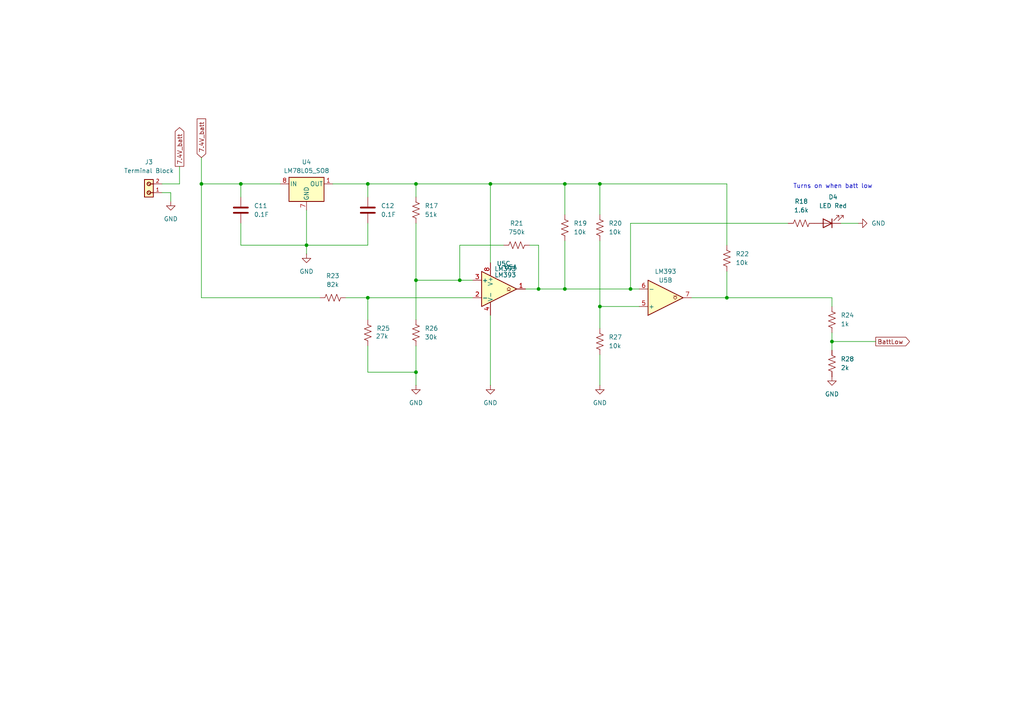
<source format=kicad_sch>
(kicad_sch (version 20231120) (generator "eeschema") (generator_version "8.0")
  (paper "A4")
  (lib_symbols
    (symbol "Alecs_Lib:Terminal" (pin_names (offset 1.016))
      (property "Reference" "J" (at -4.88 -0.922 0))
      (property "Value" "Terminal Block" (at -4.83 -2.58 0))
      (symbol "Terminal_0_0"
        (rectangle (start -3.81 -2.54) (end 1.27 0) (stroke (width 0.254)) (fill (type background)))
        (circle (center -2.54 -1.27) (radius 0.508) (stroke (width 0.254)))
        (circle (center 0 -1.27) (radius 0.508) (stroke (width 0.254)))
        (polyline (pts (xy -2.54 -1.778) (xy -2.54 -2.54)) (stroke (width 0.254)))
        (polyline (pts (xy -2.286 -1.016) (xy -2.794 -1.524)) (stroke (width 0.1524)))
        (polyline (pts (xy 0 -1.778) (xy 0 -2.54)) (stroke (width 0.254)))
        (polyline (pts (xy 0.254 -1.016) (xy -0.254 -1.524)) (stroke (width 0.1524)))
        (pin passive line (at -2.54 -5.08 90) (length 2.54) (name "~") (number "1"))
        (pin passive line (at 0 -5.08 90) (length 2.54) (name "~") (number "2"))
      )
    )
    (symbol "Comparator:LM393" (pin_names (offset 0.127))
      (property "Reference" "U" (at 3.81 3.81 0))
      (property "Value" "LM393" (at 6.35 -3.81 0))
      (symbol "LM393_1_1"
        (polyline (pts (xy -5.08 5.08) (xy 5.08 0) (xy -5.08 -5.08) (xy -5.08 5.08)) (stroke (width 0.254)) (fill (type background)))
        (polyline (pts (xy 3.302 -0.508) (xy 2.794 -0.508) (xy 3.302 0) (xy 2.794 0.508) (xy 2.286 0) (xy 2.794 -0.508) (xy 2.286 -0.508)) (stroke (width 0.127)))
        (pin open_collector line (at 7.62 0 180) (length 2.54) (name "~") (number "1"))
        (pin input line (at -7.62 -2.54 0) (length 2.54) (name "-") (number "2"))
        (pin input line (at -7.62 2.54 0) (length 2.54) (name "+") (number "3"))
      )
      (symbol "LM393_2_1"
        (polyline (pts (xy -5.08 5.08) (xy 5.08 0) (xy -5.08 -5.08) (xy -5.08 5.08)) (stroke (width 0.254)) (fill (type background)))
        (polyline (pts (xy 3.302 -0.508) (xy 2.794 -0.508) (xy 3.302 0) (xy 2.794 0.508) (xy 2.286 0) (xy 2.794 -0.508) (xy 2.286 -0.508)) (stroke (width 0.127)))
        (pin input line (at -7.62 2.54 0) (length 2.54) (name "+") (number "5"))
        (pin input line (at -7.62 -2.54 0) (length 2.54) (name "-") (number "6"))
        (pin open_collector line (at 7.62 0 180) (length 2.54) (name "~") (number "7"))
      )
      (symbol "LM393_3_1"
        (pin power_in line (at -2.54 -7.62 90) (length 3.81) (name "V-") (number "4"))
        (pin power_in line (at -2.54 7.62 270) (length 3.81) (name "V+") (number "8"))
      )
    )
    (symbol "Device:C" (pin_numbers hide) (pin_names (offset 0.254))
      (property "Reference" "C" (at 0.635 2.54 0))
      (property "Value" "C" (at 0.635 -2.54 0))
      (symbol "C_0_1"
        (polyline (pts (xy -2.032 -0.762) (xy 2.032 -0.762)) (stroke (width 0.508)))
        (polyline (pts (xy -2.032 0.762) (xy 2.032 0.762)) (stroke (width 0.508)))
      )
      (symbol "C_1_1"
        (pin passive line (at 0 3.81 270) (length 2.794) (name "~") (number "1"))
        (pin passive line (at 0 -3.81 90) (length 2.794) (name "~") (number "2"))
      )
    )
    (symbol "Device:LED" (pin_numbers hide) (pin_names (offset 1.016) hide)
      (property "Reference" "D" (at 0 2.54 0))
      (property "Value" "LED" (at 0 -2.54 0))
      (symbol "LED_0_1"
        (polyline (pts (xy -1.27 -1.27) (xy -1.27 1.27)) (stroke (width 0.254)))
        (polyline (pts (xy -1.27 0) (xy 1.27 0)))
        (polyline (pts (xy 1.27 -1.27) (xy 1.27 1.27) (xy -1.27 0) (xy 1.27 -1.27)) (stroke (width 0.254)))
        (polyline (pts (xy -3.048 -0.762) (xy -4.572 -2.286) (xy -3.81 -2.286) (xy -4.572 -2.286) (xy -4.572 -1.524)))
        (polyline (pts (xy -1.778 -0.762) (xy -3.302 -2.286) (xy -2.54 -2.286) (xy -3.302 -2.286) (xy -3.302 -1.524)))
      )
      (symbol "LED_1_1"
        (pin passive line (at -3.81 0 0) (length 2.54) (name "K") (number "1"))
        (pin passive line (at 3.81 0 180) (length 2.54) (name "A") (number "2"))
      )
    )
    (symbol "Device:R_US" (pin_numbers hide) (pin_names (offset 0))
      (property "Reference" "R" (at 2.54 0 90))
      (property "Value" "R_US" (at -2.54 0 90))
      (symbol "R_US_0_1"
        (polyline (pts (xy 0 -2.286) (xy 0 -2.54)))
        (polyline (pts (xy 0 2.286) (xy 0 2.54)))
        (polyline (pts (xy 0 -0.762) (xy 1.016 -1.143) (xy 0 -1.524) (xy -1.016 -1.905) (xy 0 -2.286)))
        (polyline (pts (xy 0 0.762) (xy 1.016 0.381) (xy 0 0) (xy -1.016 -0.381) (xy 0 -0.762)))
        (polyline (pts (xy 0 2.286) (xy 1.016 1.905) (xy 0 1.524) (xy -1.016 1.143) (xy 0 0.762)))
      )
      (symbol "R_US_1_1"
        (pin passive line (at 0 3.81 270) (length 1.27) (name "~") (number "1"))
        (pin passive line (at 0 -3.81 90) (length 1.27) (name "~") (number "2"))
      )
    )
    (symbol "Regulator_Linear:LM78L05_SO8" (pin_names (offset 0.254))
      (property "Reference" "U" (at -3.81 3.175 0))
      (property "Value" "LM78L05_SO8" (at 0 3.175 0))
      (symbol "LM78L05_SO8_0_1"
        (rectangle (start -5.08 1.905) (end 5.08 -5.08) (stroke (width 0.254)) (fill (type background)))
      )
      (symbol "LM78L05_SO8_1_1"
        (pin power_out line (at 7.62 0 180) (length 2.54) (name "OUT") (number "1"))
        (pin passive line (at 0 -7.62 90) (length 2.54) hide (name "GND") (number "2"))
        (pin passive line (at 0 -7.62 90) (length 2.54) hide (name "GND") (number "3"))
        (pin no_connect line (at -5.08 -2.54 0) (length 2.54) hide (name "NC") (number "4"))
        (pin no_connect line (at 5.08 -2.54 180) (length 2.54) hide (name "NC") (number "5"))
        (pin passive line (at 0 -7.62 90) (length 2.54) hide (name "GND") (number "6"))
        (pin power_in line (at 0 -7.62 90) (length 2.54) (name "GND") (number "7"))
        (pin power_in line (at -7.62 0 0) (length 2.54) (name "IN") (number "8"))
      )
    )
    (symbol "power:GND" (power) (pin_numbers hide) (pin_names (offset 0) hide)
      (property "Value" "GND" (at 0 -3.81 0))
      (symbol "GND_0_1"
        (polyline (pts (xy 0 0) (xy 0 -1.27) (xy 1.27 -1.27) (xy 0 -2.54) (xy -1.27 -1.27) (xy 0 -1.27)))
      )
      (symbol "GND_1_1"
        (pin power_in line (at 0 0 270) (length 0) (name "~") (number "1"))
      )
    )
  )
  (junction (at 173.99 53.34))
  (junction (at 106.68 86.36))
  (junction (at 142.24 53.34))
  (junction (at 241.3 99.06))
  (junction (at 120.65 81.28))
  (junction (at 88.9 71.12))
  (junction (at 173.99 88.9))
  (junction (at 69.85 53.34))
  (junction (at 120.65 107.95))
  (junction (at 182.88 83.82))
  (junction (at 163.83 83.82))
  (junction (at 58.42 53.34))
  (junction (at 106.68 53.34))
  (junction (at 120.65 53.34))
  (junction (at 210.82 86.36))
  (junction (at 133.35 81.28))
  (junction (at 156.21 83.82))
  (junction (at 163.83 53.34))
  (wire (pts (xy 163.83 53.34) (xy 142.24 53.34)))
  (wire (pts (xy 173.99 53.34) (xy 173.99 62.23)))
  (wire (pts (xy 241.3 99.06) (xy 254 99.06)))
  (wire (pts (xy 142.24 76.2) (xy 142.24 53.34)))
  (wire (pts (xy 120.65 81.28) (xy 120.65 92.71)))
  (wire (pts (xy 120.65 53.34) (xy 120.65 57.15)))
  (wire (pts (xy 156.21 71.12) (xy 156.21 83.82)))
  (wire (pts (xy 163.83 83.82) (xy 182.88 83.82)))
  (wire (pts (xy 69.85 53.34) (xy 69.85 57.15)))
  (wire (pts (xy 156.21 83.82) (xy 152.4 83.82)))
  (wire (pts (xy 106.68 57.15) (xy 106.68 53.34)))
  (wire (pts (xy 210.82 71.12) (xy 210.82 53.34)))
  (wire (pts (xy 49.53 58.42) (xy 49.53 55.88)))
  (wire (pts (xy 58.42 53.34) (xy 58.42 86.36)))
  (wire (pts (xy 133.35 81.28) (xy 137.16 81.28)))
  (wire (pts (xy 163.83 62.23) (xy 163.83 53.34)))
  (wire (pts (xy 173.99 88.9) (xy 173.99 95.25)))
  (wire (pts (xy 182.88 83.82) (xy 185.42 83.82)))
  (wire (pts (xy 200.66 86.36) (xy 210.82 86.36)))
  (wire (pts (xy 133.35 81.28) (xy 133.35 71.12)))
  (wire (pts (xy 156.21 83.82) (xy 163.83 83.82)))
  (wire (pts (xy 106.68 107.95) (xy 120.65 107.95)))
  (wire (pts (xy 241.3 96.52) (xy 241.3 99.06)))
  (wire (pts (xy 133.35 71.12) (xy 146.05 71.12)))
  (wire (pts (xy 173.99 69.85) (xy 173.99 88.9)))
  (wire (pts (xy 58.42 86.36) (xy 92.71 86.36)))
  (wire (pts (xy 173.99 111.76) (xy 173.99 102.87)))
  (wire (pts (xy 142.24 111.76) (xy 142.24 91.44)))
  (wire (pts (xy 142.24 53.34) (xy 120.65 53.34)))
  (wire (pts (xy 69.85 71.12) (xy 88.9 71.12)))
  (wire (pts (xy 120.65 64.77) (xy 120.65 81.28)))
  (wire (pts (xy 210.82 86.36) (xy 210.82 78.74)))
  (wire (pts (xy 241.3 86.36) (xy 241.3 88.9)))
  (wire (pts (xy 52.07 53.34) (xy 52.07 48.26)))
  (wire (pts (xy 182.88 83.82) (xy 182.88 64.77)))
  (wire (pts (xy 88.9 73.66) (xy 88.9 71.12)))
  (wire (pts (xy 163.83 69.85) (xy 163.83 83.82)))
  (wire (pts (xy 156.21 71.12) (xy 153.67 71.12)))
  (wire (pts (xy 210.82 86.36) (xy 241.3 86.36)))
  (wire (pts (xy 182.88 64.77) (xy 228.6 64.77)))
  (wire (pts (xy 120.65 100.33) (xy 120.65 107.95)))
  (wire (pts (xy 88.9 71.12) (xy 106.68 71.12)))
  (wire (pts (xy 120.65 107.95) (xy 120.65 111.76)))
  (wire (pts (xy 58.42 53.34) (xy 69.85 53.34)))
  (wire (pts (xy 58.42 45.72) (xy 58.42 53.34)))
  (wire (pts (xy 173.99 88.9) (xy 185.42 88.9)))
  (wire (pts (xy 243.84 64.77) (xy 248.92 64.77)))
  (wire (pts (xy 88.9 71.12) (xy 88.9 60.96)))
  (wire (pts (xy 106.68 71.12) (xy 106.68 64.77)))
  (wire (pts (xy 241.3 99.06) (xy 241.3 101.6)))
  (wire (pts (xy 106.68 53.34) (xy 96.52 53.34)))
  (wire (pts (xy 120.65 81.28) (xy 133.35 81.28)))
  (wire (pts (xy 49.53 55.88) (xy 46.99 55.88)))
  (wire (pts (xy 210.82 53.34) (xy 173.99 53.34)))
  (wire (pts (xy 69.85 64.77) (xy 69.85 71.12)))
  (wire (pts (xy 106.68 100.33) (xy 106.68 107.95)))
  (wire (pts (xy 106.68 86.36) (xy 106.68 92.71)))
  (wire (pts (xy 106.68 86.36) (xy 137.16 86.36)))
  (wire (pts (xy 106.68 53.34) (xy 120.65 53.34)))
  (wire (pts (xy 46.99 53.34) (xy 52.07 53.34)))
  (wire (pts (xy 163.83 53.34) (xy 173.99 53.34)))
  (wire (pts (xy 100.33 86.36) (xy 106.68 86.36)))
  (wire (pts (xy 69.85 53.34) (xy 81.28 53.34)))
  (text "Turns on when batt low" (at 241.554 54.102 0) (effects (font (size 1.27 1.27))))
  (global_label "7.4V_batt" (shape output) (at 52.07 48.26 90) (property "Intersheetrefs" "${INTERSHEET_REFS}" (effects (hide yes))))
  (global_label "BattLow" (shape output) (at 254 99.06 0) (property "Intersheetrefs" "${INTERSHEET_REFS}" (effects (hide yes))))
  (global_label "7.4V_batt" (shape input) (at 58.42 45.72 90) (property "Intersheetrefs" "${INTERSHEET_REFS}" (effects (hide yes))))
  (symbol (lib_id "Comparator:LM393") (at 193.04 86.36 0) (mirror x) (unit 2)
    (property "Reference" "U5" (at 193.04 81.28 0))
    (property "Value" "LM393" (at 193.04 78.74 0))
    (property "Footprint" "Package_SO:SOIC-8-1EP_3.9x4.9mm_P1.27mm_EP2.29x3mm" (effects (hide yes)))
    (property "Datasheet" "http://www.ti.com/lit/ds/symlink/lm393.pdf" (effects (hide yes)))
    (property "Description" "Low-Power, Low-Offset Voltage, Dual Comparators, DIP-8/SOIC-8/TO-99-8" (effects (hide yes)))
    (property "Link" "https://www.digikey.com/en/products/detail/texas-instruments/LM393DR/276659" (effects (hide yes)))
  )
  (symbol (lib_id "power:GND") (at 88.9 73.66 0) (unit 1)
    (property "Reference" "#PWR015" (effects (hide yes)))
    (property "Value" "GND" (at 88.9 78.74 0))
    (property "Description" "Power symbol creates a global label with name \"GND\" , ground" (effects (hide yes)))
  )
  (symbol (lib_id "Device:R_US") (at 106.68 96.52 0) (unit 1)
    (property "Reference" "R25" (at 109.22 95.2499 0) (effects (justify left)))
    (property "Value" "27k" (at 108.966 97.536 0) (effects (justify left)))
    (property "Footprint" "Resistor_SMD:R_0603_1608Metric_Pad0.98x0.95mm_HandSolder" (effects (hide yes)))
    (property "Description" "Resistor, US symbol" (effects (hide yes)))
  )
  (symbol (lib_id "power:GND") (at 248.92 64.77 90) (unit 1)
    (property "Reference" "#PWR014" (effects (hide yes)))
    (property "Value" "GND" (at 252.73 64.7699 90) (effects (justify right)))
    (property "Description" "Power symbol creates a global label with name \"GND\" , ground" (effects (hide yes)))
  )
  (symbol (lib_id "Device:C") (at 106.68 60.96 0) (unit 1)
    (property "Reference" "C12" (at 110.49 59.6899 0) (effects (justify left)))
    (property "Value" "0.1F" (at 110.49 62.2299 0) (effects (justify left)))
    (property "Footprint" "Capacitor_SMD:C_0603_1608Metric_Pad1.08x0.95mm_HandSolder" (effects (hide yes)))
    (property "Description" "Unpolarized capacitor" (effects (hide yes)))
  )
  (symbol (lib_id "Device:R_US") (at 173.99 99.06 0) (unit 1)
    (property "Reference" "R27" (at 176.53 97.7899 0) (effects (justify left)))
    (property "Value" "10k" (at 176.53 100.3299 0) (effects (justify left)))
    (property "Footprint" "Resistor_SMD:R_0603_1608Metric_Pad0.98x0.95mm_HandSolder" (effects (hide yes)))
    (property "Description" "Resistor, US symbol" (effects (hide yes)))
  )
  (symbol (lib_id "Device:R_US") (at 173.99 66.04 0) (unit 1)
    (property "Reference" "R20" (at 176.53 64.7699 0) (effects (justify left)))
    (property "Value" "10k" (at 176.53 67.3099 0) (effects (justify left)))
    (property "Footprint" "Resistor_SMD:R_0603_1608Metric_Pad0.98x0.95mm_HandSolder" (effects (hide yes)))
    (property "Description" "Resistor, US symbol" (effects (hide yes)))
  )
  (symbol (lib_id "power:GND") (at 142.24 111.76 0) (unit 1)
    (property "Reference" "#PWR018" (effects (hide yes)))
    (property "Value" "GND" (at 142.24 116.84 0))
    (property "Description" "Power symbol creates a global label with name \"GND\" , ground" (effects (hide yes)))
  )
  (symbol (lib_id "Device:LED") (at 240.03 64.77 180) (unit 1)
    (property "Reference" "D4" (at 241.6175 57.15 0))
    (property "Value" "LED Red" (at 241.6175 59.69 0))
    (property "Footprint" "LED_SMD:LED_0603_1608Metric_Pad1.05x0.95mm_HandSolder" (effects (hide yes)))
    (property "Description" "Light emitting diode" (effects (hide yes)))
    (property "Link" "https://www.digikey.com/en/products/detail/sunled/XZCM2CRK53WA-8VF/10449772" (effects (hide yes)))
  )
  (symbol (lib_id "Device:R_US") (at 241.3 92.71 0) (unit 1)
    (property "Reference" "R24" (at 243.84 91.4399 0) (effects (justify left)))
    (property "Value" "1k" (at 243.84 93.9799 0) (effects (justify left)))
    (property "Footprint" "Resistor_SMD:R_0603_1608Metric_Pad0.98x0.95mm_HandSolder" (effects (hide yes)))
    (property "Description" "Resistor, US symbol" (effects (hide yes)))
  )
  (symbol (lib_id "Alecs_Lib:Terminal") (at 41.91 53.34 90) (unit 1)
    (property "Reference" "J3" (at 43.18 46.99 90))
    (property "Value" "Terminal Block" (at 43.18 49.53 90))
    (property "Footprint" "Spiderbot:Terminal" (effects (hide yes)))
    (property "WIRE" "24 to 16 (AWG) 0.205 to 1.31 (mm²)" (effects (hide yes)))
    (property "MOUNT" "THT" (effects (hide yes)))
    (property "IR-UL" "10A" (effects (hide yes)))
    (property "WORKING-VOLTAGE-UL" "300V (AC)" (effects (hide yes)))
    (property "PART-NUMBER" "691214110002" (effects (hide yes)))
    (property "DATASHEET-URL" "https://www.we-online.com/redexpert/spec/691214110002?ae" (effects (hide yes)))
    (property "PITCH" "3.5mm" (effects (hide yes)))
    (property "PINS" "2" (effects (hide yes)))
    (property "TYPE" "Horizontal" (effects (hide yes)))
  )
  (symbol (lib_id "power:GND") (at 173.99 111.76 0) (unit 1)
    (property "Reference" "#PWR019" (effects (hide yes)))
    (property "Value" "GND" (at 173.99 116.84 0))
    (property "Description" "Power symbol creates a global label with name \"GND\" , ground" (effects (hide yes)))
  )
  (symbol (lib_id "Device:R_US") (at 120.65 96.52 0) (unit 1)
    (property "Reference" "R26" (at 123.19 95.2499 0) (effects (justify left)))
    (property "Value" "30k" (at 123.19 97.7899 0) (effects (justify left)))
    (property "Footprint" "Resistor_SMD:R_0603_1608Metric_Pad0.98x0.95mm_HandSolder" (effects (hide yes)))
    (property "Description" "Resistor, US symbol" (effects (hide yes)))
  )
  (symbol (lib_id "Device:R_US") (at 96.52 86.36 90) (unit 1)
    (property "Reference" "R23" (at 96.52 80.01 90))
    (property "Value" "82k" (at 96.52 82.55 90))
    (property "Footprint" "Resistor_SMD:R_0603_1608Metric_Pad0.98x0.95mm_HandSolder" (effects (hide yes)))
    (property "Description" "Resistor, US symbol" (effects (hide yes)))
  )
  (symbol (lib_id "power:GND") (at 241.3 109.22 0) (unit 1)
    (property "Reference" "#PWR016" (effects (hide yes)))
    (property "Value" "GND" (at 241.3 114.3 0))
    (property "Description" "Power symbol creates a global label with name \"GND\" , ground" (effects (hide yes)))
  )
  (symbol (lib_id "Comparator:LM393") (at 144.78 83.82 0) (unit 1)
    (property "Reference" "U5" (at 148.082 77.47 0))
    (property "Value" "LM393" (at 146.558 77.978 0))
    (property "Footprint" "Package_SO:SOIC-8-1EP_3.9x4.9mm_P1.27mm_EP2.29x3mm" (effects (hide yes)))
    (property "Datasheet" "http://www.ti.com/lit/ds/symlink/lm393.pdf" (effects (hide yes)))
    (property "Description" "Low-Power, Low-Offset Voltage, Dual Comparators, DIP-8/SOIC-8/TO-99-8" (effects (hide yes)))
    (property "Link" "https://www.digikey.com/en/products/detail/texas-instruments/LM393DR/276659" (effects (hide yes)))
  )
  (symbol (lib_id "Device:R_US") (at 210.82 74.93 0) (unit 1)
    (property "Reference" "R22" (at 213.36 73.6599 0) (effects (justify left)))
    (property "Value" "10k" (at 213.36 76.1999 0) (effects (justify left)))
    (property "Footprint" "Resistor_SMD:R_0603_1608Metric_Pad0.98x0.95mm_HandSolder" (effects (hide yes)))
    (property "Description" "Resistor, US symbol" (effects (hide yes)))
  )
  (symbol (lib_id "Device:R_US") (at 120.65 60.96 0) (unit 1)
    (property "Reference" "R17" (at 123.19 59.6899 0) (effects (justify left)))
    (property "Value" "51k" (at 123.19 62.2299 0) (effects (justify left)))
    (property "Footprint" "Resistor_SMD:R_0603_1608Metric_Pad0.98x0.95mm_HandSolder" (effects (hide yes)))
    (property "Description" "Resistor, US symbol" (effects (hide yes)))
  )
  (symbol (lib_id "Regulator_Linear:LM78L05_SO8") (at 88.9 53.34 0) (unit 1)
    (property "Reference" "U4" (at 88.9 46.99 0))
    (property "Value" "LM78L05_SO8" (at 88.9 49.53 0))
    (property "Footprint" "Package_SO:SOIC-8_3.9x4.9mm_P1.27mm" (effects (hide yes)))
    (property "Datasheet" "https://www.onsemi.com/pub/Collateral/MC78L06A-D.pdf" (effects (hide yes)))
    (property "Description" "Positive 100mA 30V Linear Regulator, Fixed Output 5V, SO-8" (effects (hide yes)))
    (property "Link" "https://www.digikey.com/en/products/detail/texas-instruments/LM78L05ACMX-NOPB/229018" (effects (hide yes)))
  )
  (symbol (lib_id "power:GND") (at 120.65 111.76 0) (unit 1)
    (property "Reference" "#PWR017" (effects (hide yes)))
    (property "Value" "GND" (at 120.65 116.84 0))
    (property "Description" "Power symbol creates a global label with name \"GND\" , ground" (effects (hide yes)))
  )
  (symbol (lib_id "Device:R_US") (at 163.83 66.04 0) (unit 1)
    (property "Reference" "R19" (at 166.37 64.7699 0) (effects (justify left)))
    (property "Value" "10k" (at 166.37 67.3099 0) (effects (justify left)))
    (property "Footprint" "Resistor_SMD:R_0603_1608Metric_Pad0.98x0.95mm_HandSolder" (effects (hide yes)))
    (property "Description" "Resistor, US symbol" (effects (hide yes)))
  )
  (symbol (lib_id "Device:R_US") (at 232.41 64.77 90) (unit 1)
    (property "Reference" "R18" (at 232.41 58.42 90))
    (property "Value" "1.6k" (at 232.41 60.96 90))
    (property "Footprint" "Resistor_SMD:R_0603_1608Metric_Pad0.98x0.95mm_HandSolder" (effects (hide yes)))
    (property "Description" "Resistor, US symbol" (effects (hide yes)))
  )
  (symbol (lib_id "Comparator:LM393") (at 144.78 83.82 0) (unit 3)
    (property "Reference" "U5" (at 146.05 76.454 0))
    (property "Value" "LM393" (at 146.558 79.756 0))
    (property "Footprint" "Package_SO:SOIC-8-1EP_3.9x4.9mm_P1.27mm_EP2.29x3mm" (effects (hide yes)))
    (property "Datasheet" "http://www.ti.com/lit/ds/symlink/lm393.pdf" (effects (hide yes)))
    (property "Description" "Low-Power, Low-Offset Voltage, Dual Comparators, DIP-8/SOIC-8/TO-99-8" (effects (hide yes)))
    (property "Link" "https://www.digikey.com/en/products/detail/texas-instruments/LM393DR/276659" (effects (hide yes)))
  )
  (symbol (lib_id "Device:R_US") (at 241.3 105.41 180) (unit 1)
    (property "Reference" "R28" (at 243.84 104.1399 0) (effects (justify right)))
    (property "Value" "2k" (at 243.84 106.6799 0) (effects (justify right)))
    (property "Footprint" "Resistor_SMD:R_0603_1608Metric_Pad0.98x0.95mm_HandSolder" (effects (hide yes)))
    (property "Description" "Resistor, US symbol" (effects (hide yes)))
  )
  (symbol (lib_id "power:GND") (at 49.53 58.42 0) (unit 1)
    (property "Reference" "#PWR013" (effects (hide yes)))
    (property "Value" "GND" (at 49.53 63.5 0))
    (property "Description" "Power symbol creates a global label with name \"GND\" , ground" (effects (hide yes)))
  )
  (symbol (lib_id "Device:C") (at 69.85 60.96 0) (unit 1)
    (property "Reference" "C11" (at 73.66 59.6899 0) (effects (justify left)))
    (property "Value" "0.1F" (at 73.66 62.2299 0) (effects (justify left)))
    (property "Footprint" "Capacitor_SMD:C_0603_1608Metric_Pad1.08x0.95mm_HandSolder" (effects (hide yes)))
    (property "Description" "Unpolarized capacitor" (effects (hide yes)))
  )
  (symbol (lib_id "Device:R_US") (at 149.86 71.12 90) (unit 1)
    (property "Reference" "R21" (at 149.86 64.77 90))
    (property "Value" "750k" (at 149.86 67.31 90))
    (property "Footprint" "Resistor_SMD:R_0603_1608Metric_Pad0.98x0.95mm_HandSolder" (effects (hide yes)))
    (property "Description" "Resistor, US symbol" (effects (hide yes)))
  )
)
</source>
